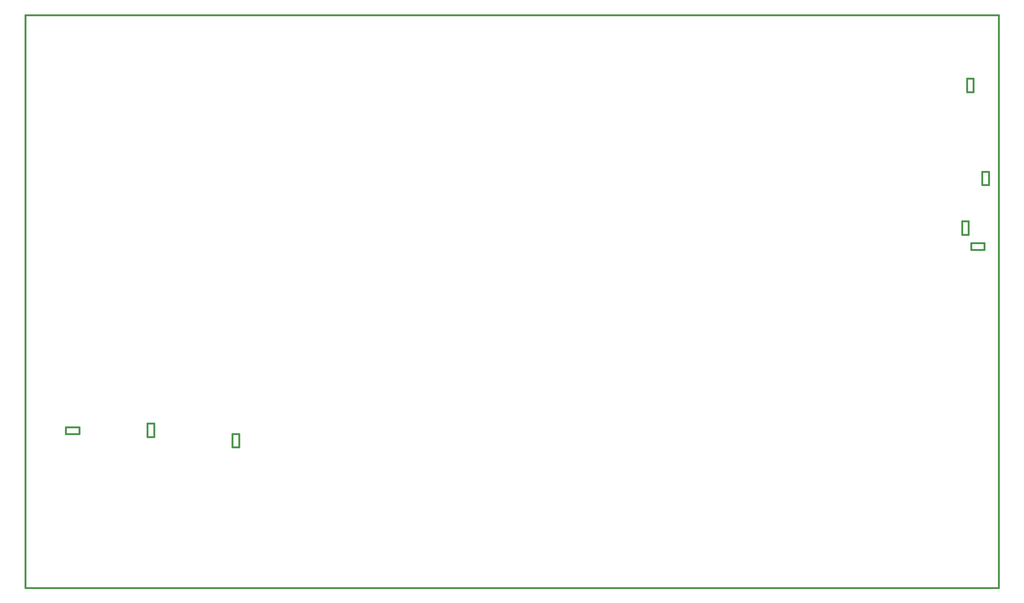
<source format=gko>
%FSLAX33Y33*%
%MOMM*%
%ADD10C,0.381*%
D10*
%LNpath-145*%
G01*
X0Y0D02*
X218200Y0D01*
X218200Y128500*
X0Y128500*
X0Y0*
X211049Y111250D02*
X212549Y111250D01*
X212549Y114250*
X211049Y114250*
X211049Y111250*
X46449Y31550D02*
X47949Y31550D01*
X47949Y34550*
X46449Y34550*
X46449Y31550*
X209966Y79254D02*
X211466Y79254D01*
X211466Y82254*
X209966Y82254*
X209966Y79254*
X9096Y34554D02*
X12096Y34554D01*
X12096Y36054*
X9096Y36054*
X9096Y34554*
X27387Y33877D02*
X28887Y33877D01*
X28887Y36877*
X27387Y36877*
X27387Y33877*
X211998Y75831D02*
X214998Y75831D01*
X214998Y77331*
X211998Y77331*
X211998Y75831*
X214514Y90397D02*
X216014Y90397D01*
X216014Y93397*
X214514Y93397*
X214514Y90397*
%LNmechanical details_traces*%
M02*
</source>
